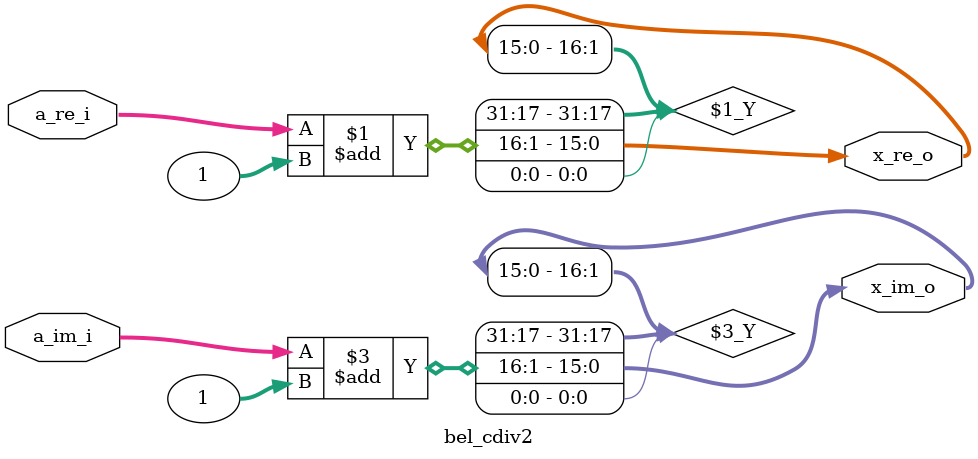
<source format=v>


module bel_cdiv2 (a_re_i, a_im_i, x_re_o, x_im_o);

    parameter word_width = 16;

    input signed [word_width - 1:0] a_re_i;
    input signed [word_width - 1:0] a_im_i;
    output signed [word_width - 1:0] x_re_o;
    output signed [word_width - 1:0] x_im_o;

    assign x_re_o = (a_re_i + 1) >>> 1;
    assign x_im_o = (a_im_i + 1) >>> 1;

endmodule // bel_cdiv2


</source>
